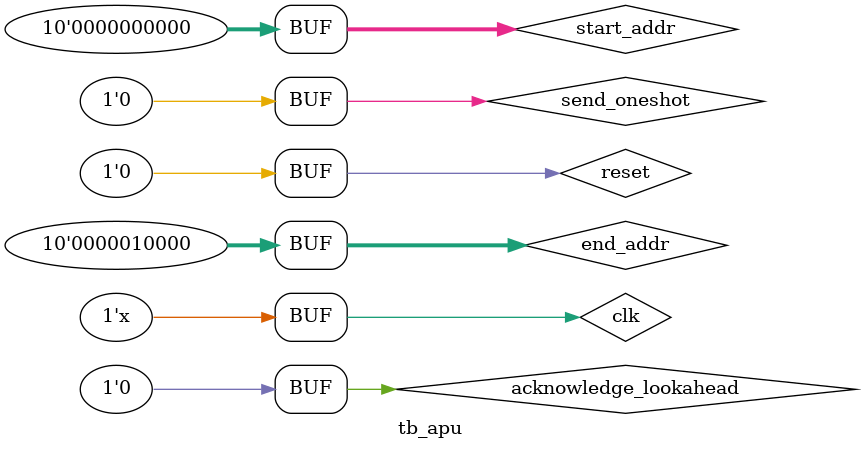
<source format=v>
module tb_apu ();

    reg clk, reset, send_oneshot;
    reg [9:0] start_addr, end_addr;
    wire note_clk;
    reg acknowledge_lookahead;
    wire lookahead_ready;
    wire [3:0] t0, t1, t2, t3;
    wire [9:0] debug, timestamp;
    wire [3:0] t3_lookahead;

    apu #(.MAIN_CLK_SPEED(32'd40), .SLOW_CLK_SPEED(32'd20)) apu0 (
        .clk(clk),
        .reset(reset),
        .start_addr(start_addr),
        .end_addr(end_addr),
        .send_oneshot(send_oneshot),
        .timestamp(timestamp),
        .lookahead_offset(10'd2),
        .t3_lookahead(t3_lookahead),
        .lookahead_ready(lookahead_ready),
        .acknowledge_lookahead(acknowledge_lookahead),
        .note_clk(note_clk),
        .t0_me(t0),
        .t1_me(t1),
        .t2_me(t2),
        .t3_me(t3),
        .debug(debug)
    );

    always #1 clk <= ~clk;
    initial clk <= 1'h0;

    initial begin
        start_addr = 10'd0;
        end_addr = 10'd16;
        reset = 1'b0; #1; reset = 1'b1; #1; reset = 1'b0;

        #32;
        send_oneshot = 1'b0; #1; send_oneshot = 1'b1; #1; send_oneshot = 1'b0;
        acknowledge_lookahead = 1'b0; #1; acknowledge_lookahead = 1'b1; #1; acknowledge_lookahead = 1'b0;
        

    end
endmodule
</source>
